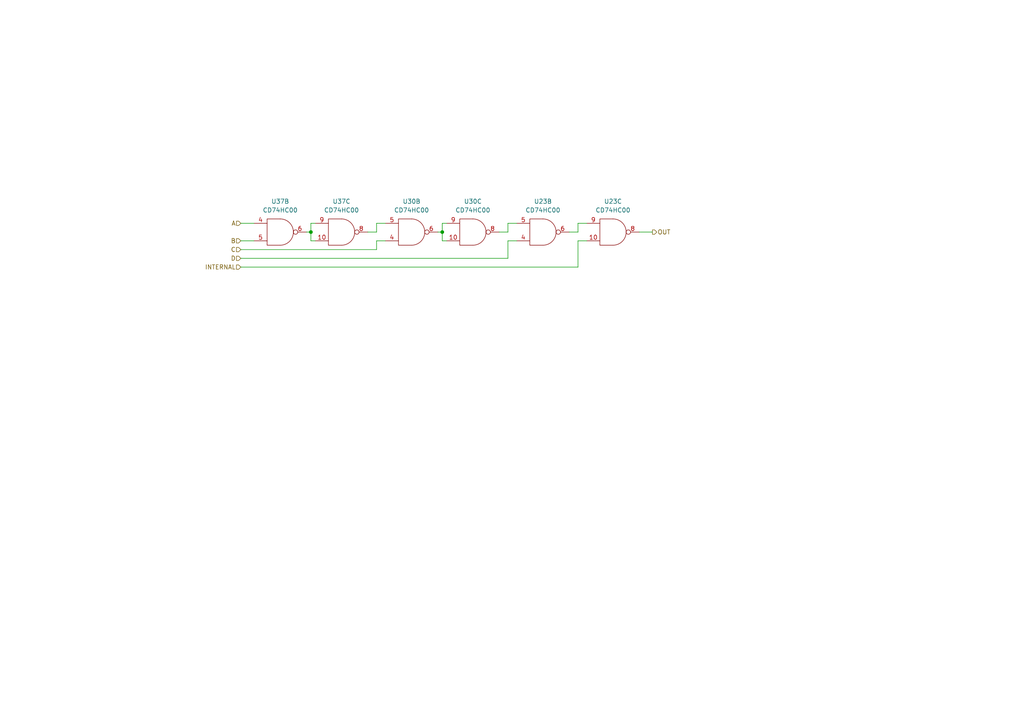
<source format=kicad_sch>
(kicad_sch (version 20211123) (generator eeschema)
  (paper "A4")
  (lib_symbols
    (symbol "CD74HCXX:CD74HC00" (pin_names (offset 0.762))
      (property "Reference" "U" (at -2.54 6.985 0))
      (property "Value" "CD74HC00" (at 1.27 5.08 0))
      (symbol "CD74HC00_0_0"
        (pin power_in line (at -2.54 2.54 0) (length 0) hide (name "VCC") (number "14"))
        (pin power_in line (at -2.54 -2.54 0) (length 0) hide (name "GND") (number "7"))
      )
      (symbol "CD74HC00_0_1"
        (arc (start 0 -3.81) (mid 3.81 0) (end 0 3.81))
        (polyline (pts (xy 0 3.81) (xy -3.81 3.81) (xy -3.81 -3.81) (xy 0 -3.81)))
      )
      (symbol "CD74HC00_0_2"
        (arc (start -4.445 -3.81) (mid -3.175 0) (end -4.445 3.81))
        (arc (start -3.175 -3.81) (mid 0.803 -2.7954) (end 3.81 0))
        (polyline (pts (xy -4.445 -3.81) (xy -3.175 -3.81)))
        (polyline (pts (xy -4.445 3.81) (xy -3.175 3.81)))
        (arc (start 3.81 0) (mid 0.8099 2.8117) (end -3.175 3.81))
      )
      (symbol "CD74HC00_1_1"
        (pin input line (at -7.62 2.54 0) (length 3.81) (name "~") (number "1"))
        (pin input line (at -7.62 -2.54 0) (length 3.81) (name "~") (number "2"))
        (pin output inverted (at 7.62 0 180) (length 3.81) (name "~") (number "3"))
      )
      (symbol "CD74HC00_1_2"
        (pin input inverted (at -7.62 2.54 0) (length 3.81) (name "~") (number "1"))
        (pin input inverted (at -7.62 -2.54 0) (length 3.81) (name "~") (number "2"))
        (pin output line (at 7.62 0 180) (length 3.81) (name "~") (number "3"))
      )
      (symbol "CD74HC00_2_1"
        (pin input line (at -7.62 2.54 0) (length 3.81) (name "~") (number "4"))
        (pin input line (at -7.62 -2.54 0) (length 3.81) (name "~") (number "5"))
        (pin output inverted (at 7.62 0 180) (length 3.81) (name "~") (number "6"))
      )
      (symbol "CD74HC00_2_2"
        (pin input inverted (at -7.62 2.54 0) (length 3.81) (name "~") (number "4"))
        (pin input inverted (at -7.62 -2.54 0) (length 3.81) (name "~") (number "5"))
        (pin output line (at 7.62 0 180) (length 3.81) (name "~") (number "6"))
      )
      (symbol "CD74HC00_3_1"
        (pin input line (at -7.62 -2.54 0) (length 3.81) (name "~") (number "10"))
        (pin output inverted (at 7.62 0 180) (length 3.81) (name "~") (number "8"))
        (pin input line (at -7.62 2.54 0) (length 3.81) (name "~") (number "9"))
      )
      (symbol "CD74HC00_3_2"
        (pin input inverted (at -7.62 -2.54 0) (length 3.81) (name "~") (number "10"))
        (pin output line (at 7.62 0 180) (length 3.81) (name "~") (number "8"))
        (pin input inverted (at -7.62 2.54 0) (length 3.81) (name "~") (number "9"))
      )
      (symbol "CD74HC00_4_1"
        (pin output inverted (at 7.62 0 180) (length 3.81) (name "~") (number "11"))
        (pin input line (at -7.62 2.54 0) (length 3.81) (name "~") (number "12"))
        (pin input line (at -7.62 -2.54 0) (length 3.81) (name "~") (number "13"))
      )
      (symbol "CD74HC00_4_2"
        (pin output line (at 7.62 0 180) (length 3.81) (name "~") (number "11"))
        (pin input inverted (at -7.62 2.54 0) (length 3.81) (name "~") (number "12"))
        (pin input inverted (at -7.62 -2.54 0) (length 3.81) (name "~") (number "13"))
      )
    )
  )
  (junction (at 128.27 67.31))
  (junction (at 90.17 67.31))
  (wire (pts (xy 149.86 69.85) (xy 147.32 69.85)))
  (wire (pts (xy 69.85 64.77) (xy 73.66 64.77)))
  (wire (pts (xy 128.27 64.77) (xy 129.54 64.77)))
  (wire (pts (xy 129.54 69.85) (xy 128.27 69.85)))
  (wire (pts (xy 111.76 69.85) (xy 109.22 69.85)))
  (wire (pts (xy 147.32 64.77) (xy 149.86 64.77)))
  (wire (pts (xy 147.32 69.85) (xy 147.32 74.93)))
  (wire (pts (xy 167.64 69.85) (xy 167.64 77.47)))
  (wire (pts (xy 69.85 69.85) (xy 73.66 69.85)))
  (wire (pts (xy 170.18 69.85) (xy 167.64 69.85)))
  (wire (pts (xy 90.17 69.85) (xy 90.17 67.31)))
  (wire (pts (xy 106.68 67.31) (xy 109.22 67.31)))
  (wire (pts (xy 109.22 64.77) (xy 111.76 64.77)))
  (wire (pts (xy 69.85 72.39) (xy 109.22 72.39)))
  (wire (pts (xy 90.17 67.31) (xy 90.17 64.77)))
  (wire (pts (xy 128.27 67.31) (xy 128.27 64.77)))
  (wire (pts (xy 167.64 64.77) (xy 170.18 64.77)))
  (wire (pts (xy 189.23 67.31) (xy 185.42 67.31)))
  (wire (pts (xy 90.17 64.77) (xy 91.44 64.77)))
  (wire (pts (xy 109.22 67.31) (xy 109.22 64.77)))
  (wire (pts (xy 144.78 67.31) (xy 147.32 67.31)))
  (wire (pts (xy 147.32 67.31) (xy 147.32 64.77)))
  (wire (pts (xy 69.85 77.47) (xy 167.64 77.47)))
  (wire (pts (xy 165.1 67.31) (xy 167.64 67.31)))
  (wire (pts (xy 69.85 74.93) (xy 147.32 74.93)))
  (wire (pts (xy 88.9 67.31) (xy 90.17 67.31)))
  (wire (pts (xy 128.27 69.85) (xy 128.27 67.31)))
  (wire (pts (xy 127 67.31) (xy 128.27 67.31)))
  (wire (pts (xy 167.64 67.31) (xy 167.64 64.77)))
  (wire (pts (xy 91.44 69.85) (xy 90.17 69.85)))
  (wire (pts (xy 109.22 69.85) (xy 109.22 72.39)))
  (hierarchical_label "D" (shape input) (at 69.85 74.93 180))
  (hierarchical_label "OUT" (shape output) (at 189.23 67.31 0))
  (hierarchical_label "A" (shape input) (at 69.85 64.77 180))
  (hierarchical_label "B" (shape input) (at 69.85 69.85 180))
  (hierarchical_label "INTERNAL" (shape input) (at 69.85 77.47 180))
  (hierarchical_label "C" (shape input) (at 69.85 72.39 180))
  (symbol (lib_id "CD74HCXX:CD74HC00") (at 81.28 67.31 0) (unit 2)
    (property "Reference" "U37" (at 81.28 58.42 0))
    (property "Value" "CD74HC00" (at 81.28 60.96 0))
    (property "Footprint" "Package_DIP:DIP-14_W7.62mm" (effects hide))
  )
  (symbol (lib_id "CD74HCXX:CD74HC00") (at 99.06 67.31 0) (unit 3)
    (property "Reference" "U37" (at 99.06 58.42 0))
    (property "Value" "CD74HC00" (at 99.06 60.96 0))
    (property "Footprint" "Package_DIP:DIP-14_W7.62mm" (effects hide))
  )
  (symbol (lib_id "CD74HCXX:CD74HC00") (at 177.8 67.31 0) (unit 3)
    (property "Reference" "U23" (at 177.8 58.42 0))
    (property "Value" "CD74HC00" (at 177.8 60.96 0))
    (property "Footprint" "Package_DIP:DIP-14_W7.62mm" (effects hide))
  )
  (symbol (lib_id "CD74HCXX:CD74HC00") (at 157.48 67.31 0) (mirror x) (unit 2)
    (property "Reference" "U23" (at 157.48 58.42 0))
    (property "Value" "CD74HC00" (at 157.48 60.96 0))
    (property "Footprint" "Package_DIP:DIP-14_W7.62mm" (effects hide))
  )
  (symbol (lib_id "CD74HCXX:CD74HC00") (at 119.38 67.31 0) (mirror x) (unit 2)
    (property "Reference" "U30" (at 119.38 58.42 0))
    (property "Value" "CD74HC00" (at 119.38 60.96 0))
    (property "Footprint" "Package_DIP:DIP-14_W7.62mm" (effects hide))
  )
  (symbol (lib_id "CD74HCXX:CD74HC00") (at 137.16 67.31 0) (unit 3)
    (property "Reference" "U30" (at 137.16 58.42 0))
    (property "Value" "CD74HC00" (at 137.16 60.96 0))
    (property "Footprint" "Package_DIP:DIP-14_W7.62mm" (effects hide))
  )
)
</source>
